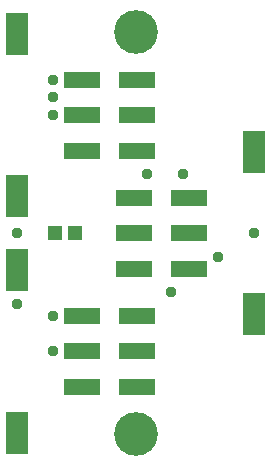
<source format=gts>
G75*
G70*
%OFA0B0*%
%FSLAX24Y24*%
%IPPOS*%
%LPD*%
%AMOC8*
5,1,8,0,0,1.08239X$1,22.5*
%
%ADD10C,0.1458*%
%ADD11R,0.1230X0.0580*%
%ADD12R,0.0730X0.1430*%
%ADD13R,0.0513X0.0474*%
%ADD14C,0.0370*%
D10*
X027514Y001322D03*
X027514Y014708D03*
D11*
X027553Y013133D03*
X025730Y013133D03*
X025730Y011952D03*
X027553Y011952D03*
X027553Y010771D03*
X025730Y010771D03*
X027474Y009196D03*
X029297Y009196D03*
X029297Y008015D03*
X027474Y008015D03*
X027474Y006834D03*
X029297Y006834D03*
X027553Y005259D03*
X025730Y005259D03*
X025730Y004078D03*
X027553Y004078D03*
X027553Y002897D03*
X025730Y002897D03*
D12*
X023577Y001368D03*
X031451Y005305D03*
X023577Y006788D03*
X023577Y009242D03*
X031451Y010725D03*
X023577Y014662D03*
D13*
X024817Y008015D03*
X025486Y008015D03*
D14*
X023577Y008015D03*
X027907Y009984D03*
X029089Y009984D03*
X031451Y008015D03*
X030270Y007228D03*
X028695Y006047D03*
X024758Y005259D03*
X023577Y005653D03*
X024758Y004078D03*
X024758Y011952D03*
X024758Y012543D03*
X024758Y013133D03*
M02*

</source>
